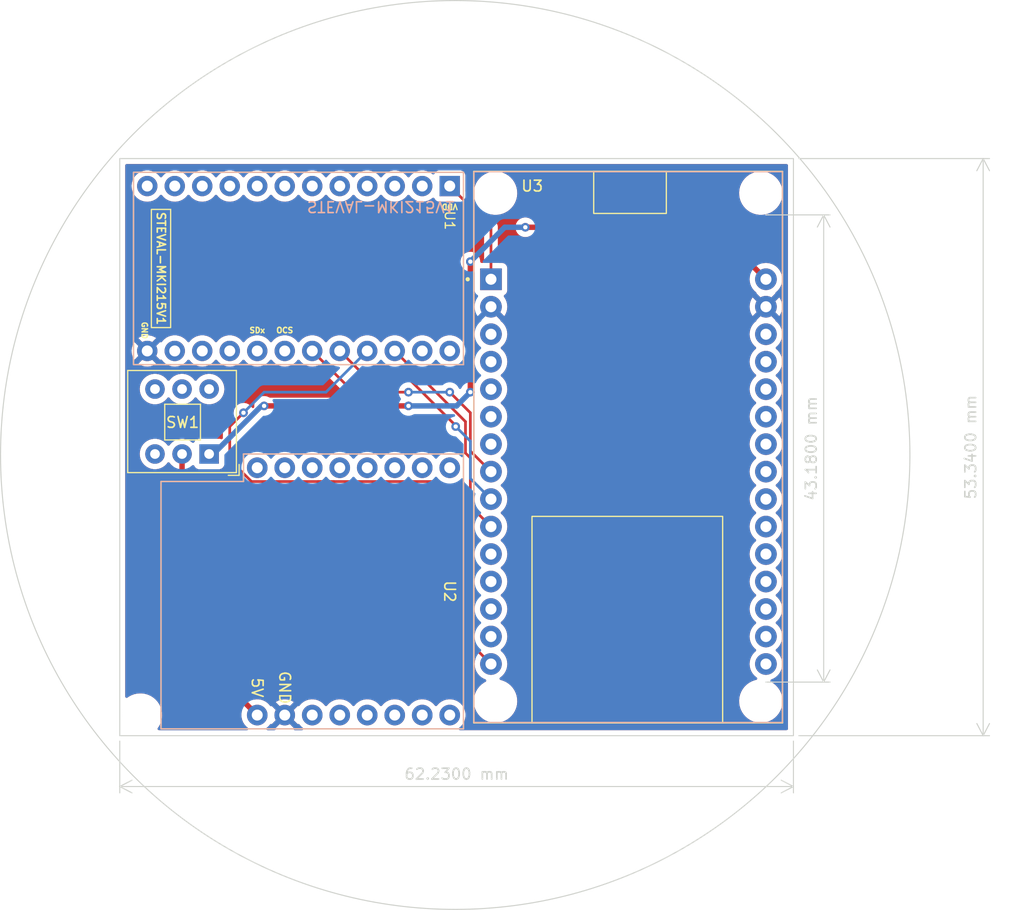
<source format=kicad_pcb>
(kicad_pcb (version 20221018) (generator pcbnew)
  (layers (0 "F.Cu" signal) (31 "B.Cu" signal) (34 "B.Paste" user) (35 "F.Paste" user) (36 "B.SilkS" user "B.Silkscreen") (37 "F.SilkS" user "F.Silkscreen") (38 "B.Mask" user) (39 "F.Mask" user) (44 "Edge.Cuts" user))
  (net 0 "")
  (net 23 "+3.3V")
  (net 24 "GND")
  (net 25 "SS")
  (net 26 "SCK")
  (net 27 "MOSI")
  (net 28 "MISO")
  (net 29 "Net-(U2-Pad9)")
  (net 30 "Vin")
  (footprint "D1 mini battery shield:D1 mini battery shield" (layer "F.Cu") (at 128.27 92.71 -90)
    (fp_text reference "U2" (at 0 -7.62 -90 unlocked) (layer "F.SilkS"))
    (fp_text value "D1_mini_battery_shield")
    (fp_text user "GND" (at 8.89 7.62 -90 unlocked) (layer "F.SilkS"))
    (fp_text user "5V" (at 8.89 10.16 -90 unlocked) (layer "F.SilkS"))
    (fp_line (start -12.7 -8.89) (end -12.7 11.43) (stroke (width 0.12)) (layer "B.SilkS"))
    (fp_line (start -12.7 11.43) (end -10.16 11.43) (stroke (width 0.12)) (layer "B.SilkS"))
    (fp_line (start -10.16 11.43) (end -10.16 19.05) (stroke (width 0.12)) (layer "B.SilkS"))
    (fp_line (start -10.16 19.05) (end 12.7 19.05) (stroke (width 0.12)) (layer "B.SilkS"))
    (fp_line (start 12.7 -8.89) (end -12.7 -8.89) (stroke (width 0.12)) (layer "B.SilkS"))
    (fp_line (start 12.7 19.05) (end 12.7 -8.89) (stroke (width 0.12)) (layer "B.SilkS"))
    (fp_line (start -12.7 -8.89) (end -12.7 11.43) (stroke (width 0.12)) (layer "F.SilkS"))
    (fp_line (start -12.7 11.43) (end -10.16 11.43) (stroke (width 0.12)) (layer "F.SilkS"))
    (fp_line (start -10.16 11.43) (end -10.16 19.05) (stroke (width 0.12)) (layer "F.SilkS"))
    (fp_line (start -10.16 19.05) (end 12.7 19.05) (stroke (width 0.12)) (layer "F.SilkS"))
    (fp_line (start 12.7 -8.89) (end -12.7 -8.89) (stroke (width 0.12)) (layer "F.SilkS"))
    (fp_line (start 12.7 19.05) (end 12.7 -8.89) (stroke (width 0.12)) (layer "F.SilkS"))
    (pad "1" thru_hole circle (at -11.43 -7.62 270) (size 1.905 1.905) (drill 1.016) (layers "*.Cu" "*.Mask"))
    (pad "2" thru_hole circle (at -11.43 -5.08 270) (size 1.905 1.905) (drill 1.016) (layers "*.Cu" "*.Mask"))
    (pad "3" thru_hole circle (at -11.43 -2.54 270) (size 1.905 1.905) (drill 1.016) (layers "*.Cu" "*.Mask"))
    (pad "4" thru_hole circle (at -11.43 0 270) (size 1.905 1.905) (drill 1.016) (layers "*.Cu" "*.Mask"))
    (pad "5" thru_hole circle (at -11.43 2.54 270) (size 1.905 1.905) (drill 1.016) (layers "*.Cu" "*.Mask"))
    (pad "6" thru_hole circle (at -11.43 5.08 270) (size 1.905 1.905) (drill 1.016) (layers "*.Cu" "*.Mask"))
    (pad "7" thru_hole circle (at -11.43 7.62 270) (size 1.905 1.905) (drill 1.016) (layers "*.Cu" "*.Mask"))
    (pad "8" thru_hole circle (at -11.43 10.16 270) (size 1.905 1.905) (drill 1.016) (layers "*.Cu" "*.Mask"))
    (pad "9" thru_hole circle (at 11.43 10.16 270) (size 1.905 1.905) (drill 1.016) (layers "*.Cu" "*.Mask") (net 29 "Net-(U2-Pad9)"))
    (pad "10" thru_hole circle (at 11.43 7.62 270) (size 1.905 1.905) (drill 1.016) (layers "*.Cu" "*.Mask") (net 24 "GND"))
    (pad "11" thru_hole circle (at 11.43 5.08 270) (size 1.905 1.905) (drill 1.016) (layers "*.Cu" "*.Mask"))
    (pad "12" thru_hole circle (at 11.43 2.54 270) (size 1.905 1.905) (drill 1.016) (layers "*.Cu" "*.Mask"))
    (pad "13" thru_hole circle (at 11.43 0 270) (size 1.905 1.905) (drill 1.016) (layers "*.Cu" "*.Mask"))
    (pad "14" thru_hole circle (at 11.43 -2.54 270) (size 1.905 1.905) (drill 1.016) (layers "*.Cu" "*.Mask"))
    (pad "15" thru_hole circle (at 11.43 -5.08 270) (size 1.905 1.905) (drill 1.016) (layers "*.Cu" "*.Mask"))
    (pad "16" thru_hole circle (at 11.43 -7.62 270) (size 1.905 1.905) (drill 1.016) (layers "*.Cu" "*.Mask"))
  )
  (footprint "Button_Switch_THT:SW_Push_2P2T_Toggle_CK_PVA2xxH1xxxxxxV2" (layer "F.Cu") (at 113.665 80.01 180)
    (fp_text reference "SW1" (at 2.45 2.9225) (layer "F.SilkS"))
    (fp_text value "SW_DIP_x01")
    (fp_line (start -2.77 -0.97) (end -2.77 -1.97) (stroke (width 0.12)) (layer "F.SilkS"))
    (fp_line (start -2.52 7.72) (end -2.52 -1.72) (stroke (width 0.12)) (layer "F.SilkS"))
    (fp_line (start -1.77 -1.97) (end -2.77 -1.97) (stroke (width 0.12)) (layer "F.SilkS"))
    (fp_line (start 0.8 1.3) (end 0.8 4.6) (stroke (width 0.12)) (layer "F.SilkS"))
    (fp_line (start 4.1 1.3) (end 0.8 1.3) (stroke (width 0.12)) (layer "F.SilkS"))
    (fp_line (start 4.1 1.3) (end 4.1 4.6) (stroke (width 0.12)) (layer "F.SilkS"))
    (fp_line (start 4.1 4.6) (end 0.8 4.6) (stroke (width 0.12)) (layer "F.SilkS"))
    (fp_line (start 7.52 -1.72) (end -2.52 -1.72) (stroke (width 0.12)) (layer "F.SilkS"))
    (fp_line (start 7.52 7.72) (end -2.52 7.72) (stroke (width 0.12)) (layer "F.SilkS"))
    (fp_line (start 7.52 7.72) (end 7.52 -1.72) (stroke (width 0.12)) (layer "F.SilkS"))
    (pad "1" thru_hole rect (at 0 0 180) (size 1.8 1.8) (drill 0.9) (layers "*.Cu" "*.Mask") (net 30 "Vin"))
    (pad "2" thru_hole circle (at 2.5 0 180) (size 1.8 1.8) (drill 0.9) (layers "*.Cu" "*.Mask") (net 29 "Net-(U2-Pad9)"))
    (pad "3" thru_hole circle (at 5 0 180) (size 1.8 1.8) (drill 0.9) (layers "*.Cu" "*.Mask"))
    (pad "4" thru_hole circle (at 0 6 180) (size 1.8 1.8) (drill 0.9) (layers "*.Cu" "*.Mask"))
    (pad "5" thru_hole circle (at 2.5 6 180) (size 1.8 1.8) (drill 0.9) (layers "*.Cu" "*.Mask"))
    (pad "6" thru_hole circle (at 5 6 180) (size 1.8 1.8) (drill 0.9) (layers "*.Cu" "*.Mask"))
  )
  (footprint "" (layer "F.Cu") (at 107.315 104.14)
    (fp_text reference "" (at 0 0) (layer "F.SilkS") (effects (font (size 1.27 1.27))))
    (fp_text value "" (at 0 0) (layer "F.SilkS") (effects (font (size 1.27 1.27))))
    (pad "" np_thru_hole circle (at 0 0) (size 3 3) (drill 3) (layers "*.Cu" "*.Mask"))
  )
  (footprint "STEVAL-MKI215V1:STEVAL-MKI215V1" (layer "F.Cu") (at 121.92 62.865 -90)
    (fp_text reference "U1" (at -4.445 -13.97 -90 unlocked) (layer "F.SilkS") (effects (font (size 0.889 0.889) (thickness 0.127))))
    (fp_text value "STEVAL-MKI215V1" hide)
    (fp_text user "STEVAL-MKI215V1" (at -5.715 -7.62 -180 unlocked) (layer "B.SilkS") (effects (justify mirror)))
    (fp_text user "VDD" (at -5.715 -13.97 180 unlocked) (layer "F.SilkS") (effects (font (size 0.508 0.508) (thickness 0.127))))
    (fp_text user "SDx" (at 5.715 3.81 unlocked) (layer "F.SilkS") (effects (font (size 0.508 0.508) (thickness 0.127))))
    (fp_text user "OCS" (at 5.715 1.27 unlocked) (layer "F.SilkS") (effects (font (size 0.508 0.508) (thickness 0.127))))
    (fp_text user "STEVAL-MKI215V1" (at 0 12.7 -90 unlocked) (layer "F.SilkS") (effects (font (size 0.762 0.762))))
    (fp_text user "GND" (at 5.715 14.224 -90 unlocked) (layer "F.SilkS") (effects (font (size 0.508 0.508) (thickness 0.127))))
    (fp_rect (start 8.89 -15.24) (end -8.89 15.24) (stroke (width 0.12)) (fill none) (layer "B.SilkS"))
    (fp_rect (start -8.89 -15.24) (end 8.89 15.24) (stroke (width 0.12)) (fill none) (layer "F.SilkS"))
    (fp_rect (start -5.461 11.811) (end 5.461 13.589) (stroke (width 0.12)) (fill none) (layer "F.SilkS"))
    (pad "1" thru_hole rect (at -7.62 -13.97 270) (size 1.8796 1.8796) (drill 1.016) (layers "*.Cu" "*.Mask") (net 23 "+3.3V"))
    (pad "2" thru_hole circle (at -7.62 -11.43 270) (size 1.8796 1.8796) (drill 1.016) (layers "*.Cu" "*.Mask"))
    (pad "3" thru_hole circle (at -7.62 -8.89 270) (size 1.8796 1.8796) (drill 1.016) (layers "*.Cu" "*.Mask"))
    (pad "4" thru_hole circle (at -7.62 -6.35 270) (size 1.8796 1.8796) (drill 1.016) (layers "*.Cu" "*.Mask"))
    (pad "5" thru_hole circle (at -7.62 -3.81 270) (size 1.8796 1.8796) (drill 1.016) (layers "*.Cu" "*.Mask"))
    (pad "6" thru_hole circle (at -7.62 -1.27 270) (size 1.8796 1.8796) (drill 1.016) (layers "*.Cu" "*.Mask"))
    (pad "7" thru_hole circle (at -7.62 1.27 270) (size 1.8796 1.8796) (drill 1.016) (layers "*.Cu" "*.Mask"))
    (pad "8" thru_hole circle (at -7.62 3.81 270) (size 1.8796 1.8796) (drill 1.016) (layers "*.Cu" "*.Mask"))
    (pad "9" thru_hole circle (at -7.62 6.35 270) (size 1.8796 1.8796) (drill 1.016) (layers "*.Cu" "*.Mask"))
    (pad "10" thru_hole circle (at -7.62 8.89 270) (size 1.8796 1.8796) (drill 1.016) (layers "*.Cu" "*.Mask"))
    (pad "11" thru_hole circle (at -7.62 11.43 270) (size 1.8796 1.8796) (drill 1.016) (layers "*.Cu" "*.Mask"))
    (pad "12" thru_hole circle (at -7.62 13.97 270) (size 1.8796 1.8796) (drill 1.016) (layers "*.Cu" "*.Mask"))
    (pad "13" thru_hole circle (at 7.62 13.97 270) (size 1.8796 1.8796) (drill 1.016) (layers "*.Cu" "*.Mask") (net 24 "GND"))
    (pad "14" thru_hole circle (at 7.62 11.43 270) (size 1.8796 1.8796) (drill 1.016) (layers "*.Cu" "*.Mask"))
    (pad "15" thru_hole circle (at 7.62 8.89 270) (size 1.8796 1.8796) (drill 1.016) (layers "*.Cu" "*.Mask"))
    (pad "16" thru_hole circle (at 7.62 6.35 270) (size 1.8796 1.8796) (drill 1.016) (layers "*.Cu" "*.Mask"))
    (pad "17" thru_hole circle (at 7.62 3.81 270) (size 1.8796 1.8796) (drill 1.016) (layers "*.Cu" "*.Mask"))
    (pad "18" thru_hole circle (at 7.62 1.27 270) (size 1.8796 1.8796) (drill 1.016) (layers "*.Cu" "*.Mask"))
    (pad "19" thru_hole circle (at 7.62 -1.27 270) (size 1.8796 1.8796) (drill 1.016) (layers "*.Cu" "*.Mask") (net 25 "SS"))
    (pad "20" thru_hole circle (at 7.62 -3.81 270) (size 1.8796 1.8796) (drill 1.016) (layers "*.Cu" "*.Mask") (net 26 "SCK"))
    (pad "21" thru_hole circle (at 7.62 -6.35 270) (size 1.8796 1.8796) (drill 1.016) (layers "*.Cu" "*.Mask") (net 27 "MOSI"))
    (pad "22" thru_hole circle (at 7.62 -8.89 270) (size 1.8796 1.8796) (drill 1.016) (layers "*.Cu" "*.Mask") (net 28 "MISO"))
    (pad "23" thru_hole circle (at 7.62 -11.43 270) (size 1.8796 1.8796) (drill 1.016) (layers "*.Cu" "*.Mask"))
    (pad "24" thru_hole circle (at 7.62 -13.97 270) (size 1.8796 1.8796) (drill 1.016) (layers "*.Cu" "*.Mask"))
  )
  (footprint "ESP32-DEVKIT-V1:MODULE_ESP32_DEVKIT_V1" (layer "F.Cu") (at 152.4 79.375)
    (fp_text reference "U3" (at -8.89 -24.13) (layer "F.SilkS"))
    (fp_text value "ESP32-DEVKIT-V1")
    (fp_rect (start 14.224 -25.4508) (end -14.2748 25.4508) (stroke (width 0.12)) (fill none) (layer "B.SilkS"))
    (fp_line (start -14.28 -25.475) (end -3.211 -25.475) (stroke (width 0.127)) (layer "F.SilkS"))
    (fp_line (start -14.28 -25.475) (end 14.23 -25.475) (stroke (width 0.127)) (layer "F.SilkS"))
    (fp_line (start -14.28 25.475) (end -14.28 -25.475) (stroke (width 0.127)) (layer "F.SilkS"))
    (fp_line (start -14.28 25.475) (end -14.28 -25.475) (stroke (width 0.127)) (layer "F.SilkS"))
    (fp_line (start -14.28 25.475) (end -8.91 25.475) (stroke (width 0.127)) (layer "F.SilkS"))
    (fp_line (start -8.91 25.475) (end 8.78 25.475) (stroke (width 0.127)) (layer "F.SilkS"))
    (fp_line (start -3.211 -25.475) (end 3.5 -25.475) (stroke (width 0.127)) (layer "F.SilkS"))
    (fp_line (start 3.5 -25.475) (end 14.23 -25.475) (stroke (width 0.127)) (layer "F.SilkS"))
    (fp_line (start 8.78 25.475) (end 14.23 25.475) (stroke (width 0.127)) (layer "F.SilkS"))
    (fp_line (start 14.23 -25.475) (end 14.23 25.475) (stroke (width 0.127)) (layer "F.SilkS"))
    (fp_line (start 14.23 25.475) (end -14.28 25.475) (stroke (width 0.127)) (layer "F.SilkS"))
    (fp_rect (start -8.91 25.475) (end 8.7 6.4) (stroke (width 0.12)) (fill none) (layer "F.SilkS"))
    (fp_rect (start -3.211 -25.475) (end 3.5 -21.6) (stroke (width 0.12)) (fill none) (layer "F.SilkS"))
    (fp_circle (center -14.85 -15.515) (end -14.75 -15.515) (stroke (width 0.2)) (fill none) (layer "F.SilkS"))
    (pad "" np_thru_hole circle (at -12.28 -23.475) (size 3 3) (drill 3) (layers "*.Cu" "*.Mask"))
    (pad "" np_thru_hole circle (at -12.28 23.475) (size 3 3) (drill 3) (layers "*.Cu" "*.Mask"))
    (pad "" np_thru_hole circle (at 12.23 -23.475) (size 3 3) (drill 3) (layers "*.Cu" "*.Mask"))
    (pad "" np_thru_hole circle (at 12.23 23.475) (size 3 3) (drill 3) (layers "*.Cu" "*.Mask"))
    (pad "1" thru_hole rect (at -12.7 -15.515) (size 2 2) (drill 1.02) (layers "*.Cu" "*.Mask") (net 23 "+3.3V"))
    (pad "2" thru_hole circle (at -12.7 -12.975) (size 2 2) (drill 1.02) (layers "*.Cu" "*.Mask") (net 24 "GND"))
    (pad "3" thru_hole circle (at -12.7 -10.435) (size 2 2) (drill 1.02) (layers "*.Cu" "*.Mask"))
    (pad "4" thru_hole circle (at -12.7 -7.895) (size 2 2) (drill 1.02) (layers "*.Cu" "*.Mask"))
    (pad "5" thru_hole circle (at -12.7 -5.355) (size 2 2) (drill 1.02) (layers "*.Cu" "*.Mask"))
    (pad "6" thru_hole circle (at -12.7 -2.815) (size 2 2) (drill 1.02) (layers "*.Cu" "*.Mask"))
    (pad "7" thru_hole circle (at -12.7 -0.275) (size 2 2) (drill 1.02) (layers "*.Cu" "*.Mask"))
    (pad "8" thru_hole circle (at -12.7 2.265) (size 2 2) (drill 1.02) (layers "*.Cu" "*.Mask") (net 25 "SS"))
    (pad "9" thru_hole circle (at -12.7 4.805) (size 2 2) (drill 1.02) (layers "*.Cu" "*.Mask") (net 26 "SCK"))
    (pad "10" thru_hole circle (at -12.7 7.345) (size 2 2) (drill 1.02) (layers "*.Cu" "*.Mask") (net 28 "MISO"))
    (pad "11" thru_hole circle (at -12.7 9.885) (size 2 2) (drill 1.02) (layers "*.Cu" "*.Mask"))
    (pad "12" thru_hole circle (at -12.7 12.425) (size 2 2) (drill 1.02) (layers "*.Cu" "*.Mask"))
    (pad "13" thru_hole circle (at -12.7 14.965) (size 2 2) (drill 1.02) (layers "*.Cu" "*.Mask"))
    (pad "14" thru_hole circle (at -12.7 17.505) (size 2 2) (drill 1.02) (layers "*.Cu" "*.Mask"))
    (pad "15" thru_hole circle (at -12.7 20.045) (size 2 2) (drill 1.02) (layers "*.Cu" "*.Mask") (net 27 "MOSI"))
    (pad "16" thru_hole circle (at 12.7 20.045) (size 2 2) (drill 1.02) (layers "*.Cu" "*.Mask"))
    (pad "17" thru_hole circle (at 12.7 17.505) (size 2 2) (drill 1.02) (layers "*.Cu" "*.Mask"))
    (pad "18" thru_hole circle (at 12.7 14.965) (size 2 2) (drill 1.02) (layers "*.Cu" "*.Mask"))
    (pad "19" thru_hole circle (at 12.7 12.425) (size 2 2) (drill 1.02) (layers "*.Cu" "*.Mask"))
    (pad "20" thru_hole circle (at 12.7 9.885) (size 2 2) (drill 1.02) (layers "*.Cu" "*.Mask"))
    (pad "21" thru_hole circle (at 12.7 7.345) (size 2 2) (drill 1.02) (layers "*.Cu" "*.Mask"))
    (pad "22" thru_hole circle (at 12.7 4.805) (size 2 2) (drill 1.02) (layers "*.Cu" "*.Mask"))
    (pad "23" thru_hole circle (at 12.7 2.265) (size 2 2) (drill 1.02) (layers "*.Cu" "*.Mask"))
    (pad "24" thru_hole circle (at 12.7 -0.275) (size 2 2) (drill 1.02) (layers "*.Cu" "*.Mask"))
    (pad "25" thru_hole circle (at 12.7 -2.815) (size 2 2) (drill 1.02) (layers "*.Cu" "*.Mask"))
    (pad "26" thru_hole circle (at 12.7 -5.355) (size 2 2) (drill 1.02) (layers "*.Cu" "*.Mask"))
    (pad "27" thru_hole circle (at 12.7 -7.895) (size 2 2) (drill 1.02) (layers "*.Cu" "*.Mask"))
    (pad "28" thru_hole circle (at 12.7 -10.435) (size 2 2) (drill 1.02) (layers "*.Cu" "*.Mask"))
    (pad "29" thru_hole circle (at 12.7 -12.975) (size 2 2) (drill 1.02) (layers "*.Cu" "*.Mask") (net 24 "GND"))
    (pad "30" thru_hole circle (at 12.7 -15.515) (size 2 2) (drill 1.02) (layers "*.Cu" "*.Mask") (net 30 "Vin"))
  )
  (gr_rect (start 105.41 52.705) (end 167.64 106.045) (stroke (width 0.1)) (fill none) (layer "Edge.Cuts"))
  (gr_circle (center 136.398 80.1) (end 178.398 80.1) (stroke (width 0.1)) (fill none) (layer "Edge.Cuts"))
  (dimension (type aligned) (layer "Edge.Cuts") (pts (xy 167.64 52.705) (xy 167.64 106.045)) (height -17.526) (gr_text "53.3400 mm" (at 184.016 79.375 90) (layer "Edge.Cuts") (effects (font (size 1 1) (thickness 0.15)))) (format (prefix "") (suffix "") (units 3) (units_format 1) (precision 4)) (style (thickness 0.1) (arrow_length 1.27) (text_position_mode 0) (extension_height 0.58642) (extension_offset 0.5) keep_text_aligned))
  (dimension (type aligned) (layer "Edge.Cuts") (pts (xy 167.64 106.045) (xy 105.41 106.045)) (height -4.699) (gr_text "62.2300 mm" (at 136.525 109.594) (layer "Edge.Cuts") (effects (font (size 1 1) (thickness 0.15)))) (format (prefix "") (suffix "") (units 3) (units_format 1) (precision 4)) (style (thickness 0.1) (arrow_length 1.27) (text_position_mode 0) (extension_height 0.58642) (extension_offset 0.5) keep_text_aligned))
  (dimension (type aligned) (layer "Edge.Cuts") (pts (xy 164.592 101.092) (xy 164.592 57.912)) (height 5.842) (gr_text "43.1800 mm" (at 169.284 79.502 90) (layer "Edge.Cuts") (effects (font (size 1 1) (thickness 0.15)))) (format (prefix "") (suffix "") (units 3) (units_format 1) (precision 4)) (style (thickness 0.1) (arrow_length 1.27) (text_position_mode 0) (extension_height 0.58642) (extension_offset 0.5) keep_text_aligned))
  (segment (start 139.7 59.055) (end 135.89 55.245) (width 0.25) (layer "F.Cu") (net 23))
  (segment (start 139.7 63.86) (end 139.7 59.055) (width 0.25) (layer "F.Cu") (net 23))
  (segment (start 132.08 74.295) (end 127 74.295) (width 0.25) (layer "F.Cu") (net 25))
  (segment (start 137.795 76.2) (end 135.89 74.295) (width 0.25) (layer "F.Cu") (net 25))
  (segment (start 127 74.295) (end 123.19 70.485) (width 0.25) (layer "F.Cu") (net 25))
  (segment (start 137.795 79.735) (end 137.795 76.2) (width 0.25) (layer "F.Cu") (net 25))
  (segment (start 139.7 81.64) (end 137.795 79.735) (width 0.25) (layer "F.Cu") (net 25))
  (via (at 132.08 74.295) (size 0.8) (drill 0.4) (layers "F.Cu" "B.Cu") (net 25))
  (via (at 135.89 74.295) (size 0.8) (drill 0.4) (layers "F.Cu" "B.Cu") (net 25))
  (segment (start 132.08 74.295) (end 135.89 74.295) (width 0.25) (layer "B.Cu") (net 25))
  (segment (start 136.442511 77.47) (end 136.442511 77.387511) (width 0.25) (layer "F.Cu") (net 26))
  (segment (start 136.442511 77.387511) (end 131.445 72.39) (width 0.25) (layer "F.Cu") (net 26))
  (segment (start 131.445 72.39) (end 127.635 72.39) (width 0.25) (layer "F.Cu") (net 26))
  (segment (start 127.635 72.39) (end 125.73 70.485) (width 0.25) (layer "F.Cu") (net 26))
  (via (at 136.442511 77.47) (size 0.8) (drill 0.4) (layers "F.Cu" "B.Cu") (net 26))
  (segment (start 136.442511 77.47) (end 137.795 78.822489) (width 0.25) (layer "B.Cu") (net 26))
  (segment (start 137.795 78.822489) (end 137.795 82.275) (width 0.25) (layer "B.Cu") (net 26))
  (segment (start 137.795 82.275) (end 139.7 84.18) (width 0.25) (layer "B.Cu") (net 26))
  (segment (start 115.57 80.545967) (end 115.57 77.47) (width 0.25) (layer "F.Cu") (net 27))
  (segment (start 115.57 77.47) (end 116.84 76.2) (width 0.25) (layer "F.Cu") (net 27))
  (segment (start 123.718956 82.557011) (end 117.581044 82.557011) (width 0.25) (layer "F.Cu") (net 27))
  (segment (start 134.62 82.55) (end 134.612989 82.557011) (width 0.25) (layer "F.Cu") (net 27))
  (segment (start 137.795 85.725) (end 134.62 82.55) (width 0.25) (layer "F.Cu") (net 27))
  (segment (start 137.795 97.515) (end 137.795 85.725) (width 0.25) (layer "F.Cu") (net 27))
  (segment (start 117.581044 82.557011) (end 115.57 80.545967) (width 0.25) (layer "F.Cu") (net 27))
  (segment (start 134.612989 82.557011) (end 125.201044 82.557011) (width 0.25) (layer "F.Cu") (net 27))
  (segment (start 139.7 99.42) (end 137.795 97.515) (width 0.25) (layer "F.Cu") (net 27))
  (segment (start 123.725967 82.55) (end 123.718956 82.557011) (width 0.25) (layer "F.Cu") (net 27))
  (segment (start 125.194033 82.55) (end 123.725967 82.55) (width 0.25) (layer "F.Cu") (net 27))
  (segment (start 125.201044 82.557011) (end 125.194033 82.55) (width 0.25) (layer "F.Cu") (net 27))
  (via (at 116.84 76.2) (size 0.8) (drill 0.4) (layers "F.Cu" "B.Cu") (net 27))
  (segment (start 124.46 74.295) (end 128.27 70.485) (width 0.25) (layer "B.Cu") (net 27))
  (segment (start 116.84 76.2) (end 118.745 74.295) (width 0.25) (layer "B.Cu") (net 27))
  (segment (start 118.745 74.295) (end 124.46 74.295) (width 0.25) (layer "B.Cu") (net 27))
  (segment (start 137.795 84.815) (end 139.7 86.72) (width 0.25) (layer "F.Cu") (net 28))
  (segment (start 137.795 80.370718) (end 137.795 84.815) (width 0.25) (layer "F.Cu") (net 28))
  (segment (start 137.34548 77.02048) (end 137.34548 79.921198) (width 0.25) (layer "F.Cu") (net 28))
  (segment (start 137.34548 79.921198) (end 137.795 80.370718) (width 0.25) (layer "F.Cu") (net 28))
  (segment (start 130.81 70.485) (end 137.34548 77.02048) (width 0.25) (layer "F.Cu") (net 28))
  (segment (start 111.165 97.195) (end 118.11 104.14) (width 0.5) (layer "F.Cu") (net 29))
  (segment (start 111.165 80.01) (end 111.165 97.195) (width 0.5) (layer "F.Cu") (net 29))
  (segment (start 160.295 59.055) (end 165.1 63.86) (width 0.5) (layer "F.Cu") (net 30))
  (segment (start 137.795 62.23) (end 137.795 74.295) (width 0.5) (layer "F.Cu") (net 30))
  (segment (start 142.875 59.055) (end 160.295 59.055) (width 0.5) (layer "F.Cu") (net 30))
  (segment (start 118.745 75.565) (end 132.08 75.565) (width 0.5) (layer "F.Cu") (net 30))
  (via (at 137.795 74.295) (size 0.8) (drill 0.4) (layers "F.Cu" "B.Cu") (net 30))
  (via (at 132.08 75.565) (size 0.8) (drill 0.4) (layers "F.Cu" "B.Cu") (net 30))
  (via (at 142.875 59.055) (size 0.8) (drill 0.4) (layers "F.Cu" "B.Cu") (net 30))
  (via (at 137.795 62.23) (size 0.8) (drill 0.4) (layers "F.Cu" "B.Cu") (net 30))
  (via (at 118.745 75.565) (size 0.8) (drill 0.4) (layers "F.Cu" "B.Cu") (net 30))
  (segment (start 136.525 75.565) (end 132.08 75.565) (width 0.5) (layer "B.Cu") (net 30))
  (segment (start 142.875 59.055) (end 140.97 59.055) (width 0.5) (layer "B.Cu") (net 30))
  (segment (start 114.054614 80.01) (end 113.665 80.01) (width 0.25) (layer "B.Cu") (net 30))
  (segment (start 140.97 59.055) (end 137.795 62.23) (width 0.5) (layer "B.Cu") (net 30))
  (segment (start 118.745 75.565) (end 118.499614 75.565) (width 0.25) (layer "B.Cu") (net 30))
  (segment (start 137.795 74.295) (end 136.525 75.565) (width 0.5) (layer "B.Cu") (net 30))
  (segment (start 118.499614 75.565) (end 114.054614 80.01) (width 0.5) (layer "B.Cu") (net 30))
  (zone (net 24) (net_name "GND") (layer "F.Cu") (connect_pads (clearance 0.508)) (min_thickness 0.254) (fill yes (thermal_gap 0.508) (thermal_bridge_width 0.508))
    (polygon (pts (xy 167.64 106.045) (xy 105.41 106.045) (xy 105.41 52.705) (xy 167.64 52.705)))
  )
  (zone (net 24) (net_name "GND") (layer "B.Cu") (connect_pads (clearance 0.508)) (min_thickness 0.254) (fill yes (thermal_gap 0.508) (thermal_bridge_width 0.508))
    (polygon (pts (xy 167.64 106.045) (xy 105.41 106.045) (xy 105.41 52.705) (xy 167.64 52.705)))
  )
)
</source>
